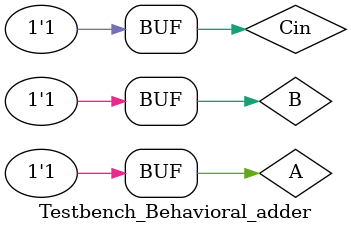
<source format=v>
module Full_Adder_Behavioral_Verilog( 
  input X1, X2, Cin, 
  output S, Cout
);  
    reg[1:0] temp;
    always @(*) begin 
        temp = {1'b0,X1} + {1'b0,X2}+{1'b0,Cin};
    end 
    assign S = temp[0];
    assign Cout = temp[1];
endmodule  

`timescale 10ns/ 10ps;
module Testbench_Behavioral_adder();
    reg A,B,Cin;
    wire S,Cout;  
    //Verilog code for the structural full adder 
    Full_Adder_Behavioral_Verilog Behavioral_adder(
        .X1(A),
        .X2(B),
        .Cin(Cin),
        .S(S),
        .Cout(Cout) 
    );
initial begin
    A = 0;
    B = 0;
    Cin = 0;
    #5;
    A = 0;
    B = 0;
    Cin = 1;
    #5;  
    A = 0;
    B = 1;
    Cin = 0;
    #5;
    A = 0;
    B = 1;
    Cin = 1;
    #5;
    A = 1;
    B = 0;
    Cin = 0;
    #5;
    A = 1;
    B = 0;
    Cin = 1;
    #5;
    A = 1;
    B = 1;
    Cin = 0;
    #5;  
    A = 1;
    B = 1;
    Cin = 1;
    #5;  
end

endmodule 
</source>
